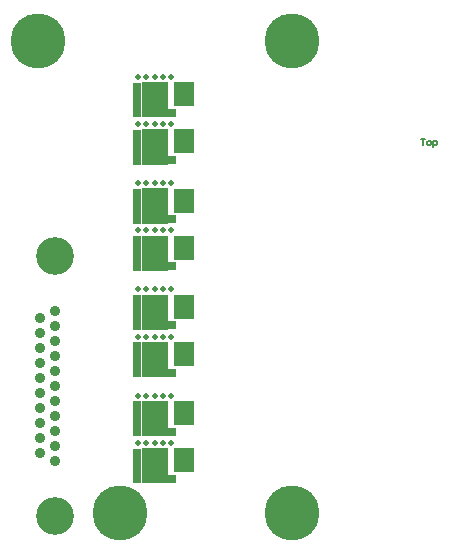
<source format=gtl>
G04 Layer_Physical_Order=1*
G04 Layer_Color=255*
%FSLAX25Y25*%
%MOIN*%
G70*
G01*
G75*
%ADD10R,0.07000X0.07874*%
%ADD11R,0.08858X0.07874*%
%ADD12C,0.00500*%
%ADD13R,0.08817X0.04141*%
%ADD14R,0.02876X0.03466*%
%ADD15R,0.02696X0.03135*%
%ADD16R,0.02993X0.08741*%
%ADD17C,0.18300*%
%ADD18C,0.03500*%
%ADD19C,0.12598*%
%ADD20C,0.02000*%
%ADD21C,0.05000*%
D10*
X555492Y283774D02*
D03*
Y268058D02*
D03*
Y232625D02*
D03*
Y248341D02*
D03*
Y197192D02*
D03*
Y212908D02*
D03*
Y161759D02*
D03*
Y177475D02*
D03*
D11*
X545668Y161753D02*
D03*
Y177501D02*
D03*
Y197186D02*
D03*
Y212934D02*
D03*
Y232619D02*
D03*
Y248367D02*
D03*
Y268052D02*
D03*
Y283800D02*
D03*
D12*
X634575Y268887D02*
X635908D01*
X635241D01*
Y266887D01*
X636907D02*
X637574D01*
X637907Y267220D01*
Y267887D01*
X637574Y268220D01*
X636907D01*
X636574Y267887D01*
Y267220D01*
X636907Y266887D01*
X638574Y266221D02*
Y268220D01*
X639573D01*
X639907Y267887D01*
Y267220D01*
X639573Y266887D01*
X638574D01*
D13*
X545682Y262315D02*
D03*
Y242630D02*
D03*
Y226882D02*
D03*
Y207197D02*
D03*
Y191449D02*
D03*
Y171764D02*
D03*
Y156016D02*
D03*
Y278063D02*
D03*
D14*
X539836Y277726D02*
D03*
Y261977D02*
D03*
Y242292D02*
D03*
Y226544D02*
D03*
Y206859D02*
D03*
Y191111D02*
D03*
Y171426D02*
D03*
Y155678D02*
D03*
D15*
X551439Y277560D02*
D03*
Y261812D02*
D03*
Y242127D02*
D03*
Y206694D02*
D03*
Y171261D02*
D03*
Y155513D02*
D03*
Y190946D02*
D03*
Y226379D02*
D03*
D16*
X539894Y267622D02*
D03*
Y283339D02*
D03*
Y247906D02*
D03*
Y232189D02*
D03*
Y212473D02*
D03*
Y196756D02*
D03*
Y177040D02*
D03*
Y161323D02*
D03*
D17*
X591551Y144057D02*
D03*
Y301496D02*
D03*
X506830Y301565D02*
D03*
X534206Y144057D02*
D03*
D18*
X512299Y211553D02*
D03*
X507299Y164053D02*
D03*
Y169053D02*
D03*
Y174053D02*
D03*
Y179053D02*
D03*
Y184053D02*
D03*
Y189053D02*
D03*
Y194053D02*
D03*
Y199053D02*
D03*
Y204053D02*
D03*
Y209053D02*
D03*
X512299Y206553D02*
D03*
Y201553D02*
D03*
Y196553D02*
D03*
Y191553D02*
D03*
Y186553D02*
D03*
Y181553D02*
D03*
Y176553D02*
D03*
Y171553D02*
D03*
Y166553D02*
D03*
Y161553D02*
D03*
D19*
Y143303D02*
D03*
Y229803D02*
D03*
D20*
X542892Y277592D02*
D03*
X548473D02*
D03*
X545682D02*
D03*
Y261844D02*
D03*
X548473D02*
D03*
X542892D02*
D03*
X545682Y242160D02*
D03*
X548473D02*
D03*
X542892D02*
D03*
X545682Y226411D02*
D03*
X548473D02*
D03*
X542892D02*
D03*
X545682Y206726D02*
D03*
X548473D02*
D03*
X542892D02*
D03*
X545682Y190978D02*
D03*
X548473D02*
D03*
X542892D02*
D03*
X545682Y171293D02*
D03*
X548473D02*
D03*
X542892D02*
D03*
X545682Y155545D02*
D03*
X548473D02*
D03*
X542892D02*
D03*
X545682Y289556D02*
D03*
X548473D02*
D03*
X542892D02*
D03*
X540102Y277592D02*
D03*
X551263D02*
D03*
X540102Y261844D02*
D03*
Y242160D02*
D03*
X551263Y226411D02*
D03*
X540102D02*
D03*
Y206726D02*
D03*
Y171293D02*
D03*
Y155545D02*
D03*
X551263D02*
D03*
Y171293D02*
D03*
Y190978D02*
D03*
Y206726D02*
D03*
Y242160D02*
D03*
Y261844D02*
D03*
Y289556D02*
D03*
X540102D02*
D03*
Y273840D02*
D03*
X551263D02*
D03*
X542892D02*
D03*
X548473D02*
D03*
X545682D02*
D03*
X540102Y254123D02*
D03*
X551263D02*
D03*
X542892D02*
D03*
X548473D02*
D03*
X545682D02*
D03*
X540102Y238407D02*
D03*
X551263D02*
D03*
X542892D02*
D03*
X548473D02*
D03*
X545682D02*
D03*
X540102Y218690D02*
D03*
X551263D02*
D03*
X542892D02*
D03*
X548473D02*
D03*
X545682D02*
D03*
X540102Y202974D02*
D03*
X551263D02*
D03*
X542892D02*
D03*
X548473D02*
D03*
X545682D02*
D03*
X540102Y183257D02*
D03*
X551263D02*
D03*
X542892D02*
D03*
X548473D02*
D03*
X545682D02*
D03*
X540102Y167541D02*
D03*
X551263D02*
D03*
X542892D02*
D03*
X548473D02*
D03*
X545682D02*
D03*
X540102Y190978D02*
D03*
D21*
X555492Y268058D02*
D03*
Y283774D02*
D03*
Y248341D02*
D03*
Y232625D02*
D03*
Y212908D02*
D03*
Y197192D02*
D03*
Y177475D02*
D03*
Y161759D02*
D03*
M02*

</source>
